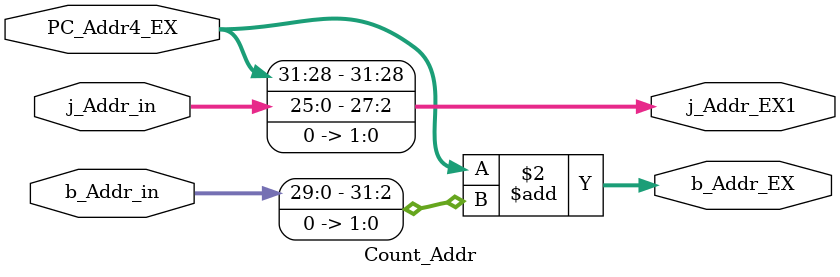
<source format=v>
`timescale 1ns / 1ps

//ÆäÊµ¾ÍÊÇ¼ÆËãÌø×ªÖ¸ÁîµÄµØÖ·
module Count_Addr(
    input [25:0] j_Addr_in,
    input [31:0] b_Addr_in,
    input [31:0] PC_Addr4_EX,
    output [31:0] j_Addr_EX1,
    output [31:0] b_Addr_EX
    );
    
    assign j_Addr_EX1 = {PC_Addr4_EX[31:28], j_Addr_in[25:0],2'b00};
    assign b_Addr_EX = PC_Addr4_EX + (b_Addr_in<<2);
    
endmodule

</source>
